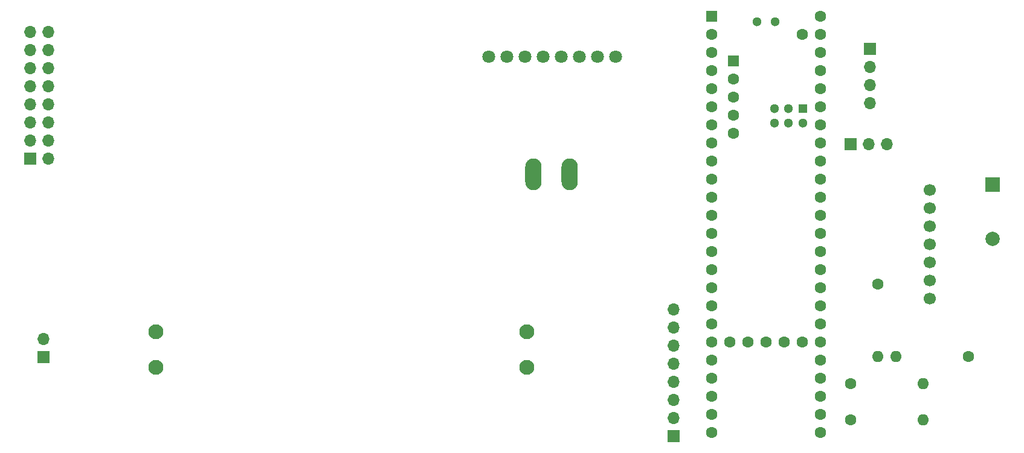
<source format=gbs>
G04 #@! TF.GenerationSoftware,KiCad,Pcbnew,8.0.3*
G04 #@! TF.CreationDate,2024-07-05T00:01:19-04:00*
G04 #@! TF.ProjectId,rrc_pcb2,7272635f-7063-4623-922e-6b696361645f,3*
G04 #@! TF.SameCoordinates,Original*
G04 #@! TF.FileFunction,Soldermask,Bot*
G04 #@! TF.FilePolarity,Negative*
%FSLAX46Y46*%
G04 Gerber Fmt 4.6, Leading zero omitted, Abs format (unit mm)*
G04 Created by KiCad (PCBNEW 8.0.3) date 2024-07-05 00:01:19*
%MOMM*%
%LPD*%
G01*
G04 APERTURE LIST*
%ADD10C,1.600000*%
%ADD11O,1.600000X1.600000*%
%ADD12R,1.700000X1.700000*%
%ADD13O,1.700000X1.700000*%
%ADD14R,1.600000X1.600000*%
%ADD15C,1.300000*%
%ADD16R,1.300000X1.300000*%
%ADD17C,1.700000*%
%ADD18R,2.000000X2.000000*%
%ADD19C,2.000000*%
%ADD20C,2.100000*%
%ADD21O,2.286000X4.470400*%
%ADD22C,1.801600*%
G04 APERTURE END LIST*
D10*
X176530000Y-73660000D03*
D11*
X166370000Y-73660000D03*
D10*
X163830000Y-63500000D03*
D11*
X163830000Y-73660000D03*
D12*
X46910000Y-73725000D03*
D13*
X46910000Y-71185000D03*
D14*
X143565626Y-32206483D03*
D10*
X140514826Y-28447283D03*
X140514826Y-30987283D03*
X140514826Y-33527283D03*
X140514826Y-36067283D03*
X155754826Y-30987283D03*
X140514826Y-61467283D03*
X145594826Y-71627283D03*
X140514826Y-38607283D03*
X140514826Y-41147283D03*
X140514826Y-43687283D03*
X140514826Y-46227283D03*
X140514826Y-48767283D03*
X140514826Y-51307283D03*
X140514826Y-53847283D03*
X140514826Y-56387283D03*
X140514826Y-58927283D03*
X155754826Y-58927283D03*
X155754826Y-56387283D03*
X155754826Y-53847283D03*
X155754826Y-51307283D03*
X155754826Y-48767283D03*
X155754826Y-46227283D03*
X155754826Y-43687283D03*
X155754826Y-41147283D03*
X155754826Y-38607283D03*
X155754826Y-36067283D03*
X155754826Y-33527283D03*
X140514826Y-64007283D03*
X140514826Y-66547283D03*
X140514826Y-69087283D03*
X140514826Y-71627283D03*
X140514826Y-74167283D03*
X140514826Y-76707283D03*
X140514826Y-79247283D03*
X140514826Y-81787283D03*
X140514826Y-84327283D03*
X155754826Y-84327283D03*
X155754826Y-81787283D03*
X155754826Y-79247283D03*
X155754826Y-76707283D03*
X155754826Y-74167283D03*
X155754826Y-71627283D03*
X155754826Y-69087283D03*
X155754826Y-66547283D03*
X155754826Y-64007283D03*
X153214826Y-28447283D03*
D15*
X149404826Y-26637283D03*
X146864826Y-26637283D03*
D10*
X143565626Y-37286483D03*
X143565626Y-34746483D03*
D14*
X140514826Y-25907283D03*
D10*
X155754826Y-28447283D03*
X143565626Y-39826483D03*
D15*
X151316426Y-40877283D03*
D10*
X143565626Y-42366483D03*
X155754826Y-61467283D03*
X148134826Y-71627283D03*
D15*
X151316426Y-38877283D03*
D10*
X153214826Y-71627283D03*
X150674826Y-71627283D03*
D16*
X153316426Y-38877283D03*
D15*
X153316426Y-40877283D03*
X149316426Y-40877283D03*
X149316426Y-38877283D03*
D10*
X143054826Y-71627283D03*
X155754826Y-25907283D03*
D12*
X159961694Y-43835573D03*
D13*
X162501694Y-43835573D03*
X165041694Y-43835573D03*
D17*
X171111788Y-65506574D03*
X171111788Y-62966574D03*
X171111788Y-60426574D03*
X171111788Y-57886574D03*
X171111788Y-55346574D03*
X171111788Y-52806574D03*
X171111788Y-50266574D03*
D18*
X179906949Y-49529999D03*
D19*
X179906949Y-57129999D03*
D12*
X162694739Y-30506384D03*
D13*
X162694739Y-33046384D03*
X162694739Y-35586384D03*
X162694739Y-38126384D03*
D10*
X160020000Y-77470000D03*
D11*
X170180000Y-77470000D03*
D20*
X62603648Y-75155674D03*
X62603648Y-70155674D03*
X114603648Y-70155674D03*
X114603648Y-75155674D03*
D21*
X120664208Y-48064785D03*
X115584208Y-48064785D03*
D22*
X127078834Y-31567837D03*
X124538834Y-31567837D03*
X121998834Y-31567837D03*
X119458834Y-31567837D03*
X116918834Y-31567837D03*
X114378834Y-31567837D03*
X111838834Y-31567837D03*
X109298834Y-31567837D03*
D13*
X47592661Y-43349407D03*
X47592661Y-40809407D03*
X45052661Y-40809407D03*
X47592661Y-28109407D03*
X47592661Y-45889407D03*
D12*
X45052661Y-45889407D03*
D13*
X45052661Y-30649407D03*
X47592661Y-30649407D03*
X47592661Y-33189407D03*
X47592661Y-35729407D03*
X47592661Y-38269407D03*
X45052661Y-28109407D03*
X45052661Y-43349407D03*
X45052661Y-33189407D03*
X45052661Y-38269407D03*
X45052661Y-35729407D03*
D12*
X135193271Y-84837533D03*
D13*
X135193271Y-82297533D03*
X135193271Y-79757533D03*
X135193271Y-77217533D03*
X135193271Y-74677533D03*
X135193271Y-72137533D03*
X135193271Y-69597533D03*
X135193271Y-67057533D03*
D10*
X160020000Y-82550000D03*
D11*
X170180000Y-82550000D03*
M02*

</source>
